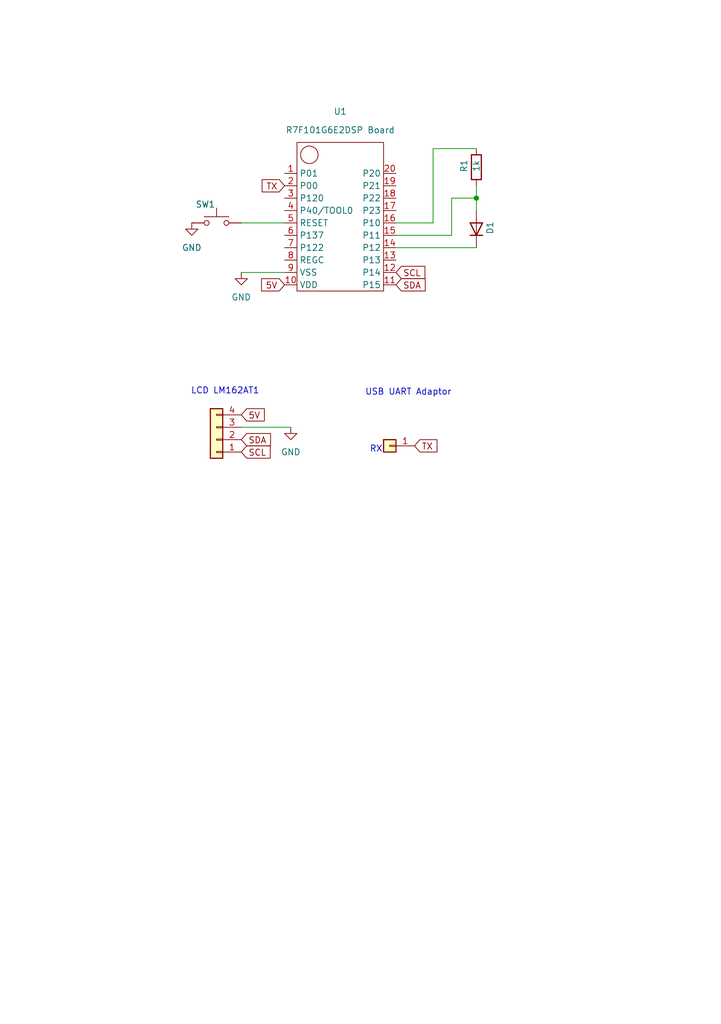
<source format=kicad_sch>
(kicad_sch (version 20250114) (generator "eeschema") (generator_version "9.0")
  (paper "A5" portrait)
  (lib_symbols
    (symbol "0Ore:R7F101G6E2DSP"
      (property "Reference" "U" (at 0 0 0))
      (symbol "R7F101G6E2DSP_0_1"
        (rectangle (start -8.89 31.75) (end 8.89 1.27))
        (circle (center -6.35 29.21) (radius 1.7961))
      )
      (symbol "R7F101G6E2DSP_1_1"
        (pin unspecified line (at -11.43 25.4 0) (length 2.54) (name "P01") (number "1"))
        (pin unspecified line (at -11.43 22.86 0) (length 2.54) (name "P00") (number "2"))
        (pin unspecified line (at -11.43 20.32 0) (length 2.54) (name "P120") (number "3"))
        (pin unspecified line (at -11.43 17.78 0) (length 2.54) (name "P40/TOOL0") (number "4"))
        (pin unspecified line (at -11.43 15.24 0) (length 2.54) (name "RESET") (number "5"))
        (pin unspecified line (at -11.43 12.7 0) (length 2.54) (name "P137") (number "6"))
        (pin unspecified line (at -11.43 10.16 0) (length 2.54) (name "P122") (number "7"))
        (pin unspecified line (at -11.43 7.62 0) (length 2.54) (name "REGC") (number "8"))
        (pin unspecified line (at -11.43 5.08 0) (length 2.54) (name "VSS") (number "9"))
        (pin unspecified line (at -11.43 2.54 0) (length 2.54) (name "VDD") (number "10"))
        (pin unspecified line (at 11.43 25.4 180) (length 2.54) (name "P20") (number "20"))
        (pin unspecified line (at 11.43 22.86 180) (length 2.54) (name "P21") (number "19"))
        (pin unspecified line (at 11.43 20.32 180) (length 2.54) (name "P22") (number "18"))
        (pin unspecified line (at 11.43 17.78 180) (length 2.54) (name "P23") (number "17"))
        (pin unspecified line (at 11.43 15.24 180) (length 2.54) (name "P10") (number "16"))
        (pin unspecified line (at 11.43 12.7 180) (length 2.54) (name "P11") (number "15"))
        (pin unspecified line (at 11.43 10.16 180) (length 2.54) (name "P12") (number "14"))
        (pin unspecified line (at 11.43 7.62 180) (length 2.54) (name "P13") (number "13"))
        (pin unspecified line (at 11.43 5.08 180) (length 2.54) (name "P14") (number "12"))
        (pin unspecified line (at 11.43 2.54 180) (length 2.54) (name "P15") (number "11"))
      )
    )
    (symbol "Connector_Generic:Conn_01x01" (pin_names (offset 1.016) (hide yes))
      (property "Reference" "J" (at 0 2.54 0))
      (property "Value" "Conn_01x01" (at 0 -2.54 0))
      (symbol "Conn_01x01_1_1"
        (rectangle (start -1.27 1.27) (end 1.27 -1.27) (stroke (width 0.254)) (fill (type background)))
        (rectangle (start -1.27 0.127) (end 0 -0.127) (stroke (width 0.1524)))
        (pin passive line (at -5.08 0 0) (length 3.81) (name "Pin_1") (number "1"))
      )
    )
    (symbol "Connector_Generic:Conn_01x04" (pin_names (offset 1.016) (hide yes))
      (property "Reference" "J" (at 0 5.08 0))
      (property "Value" "Conn_01x04" (at 0 -7.62 0))
      (symbol "Conn_01x04_1_1"
        (rectangle (start -1.27 3.81) (end 1.27 -6.35) (stroke (width 0.254)) (fill (type background)))
        (rectangle (start -1.27 2.667) (end 0 2.413) (stroke (width 0.1524)))
        (rectangle (start -1.27 0.127) (end 0 -0.127) (stroke (width 0.1524)))
        (rectangle (start -1.27 -2.413) (end 0 -2.667) (stroke (width 0.1524)))
        (rectangle (start -1.27 -4.953) (end 0 -5.207) (stroke (width 0.1524)))
        (pin passive line (at -5.08 2.54 0) (length 3.81) (name "Pin_1") (number "1"))
        (pin passive line (at -5.08 0 0) (length 3.81) (name "Pin_2") (number "2"))
        (pin passive line (at -5.08 -2.54 0) (length 3.81) (name "Pin_3") (number "3"))
        (pin passive line (at -5.08 -5.08 0) (length 3.81) (name "Pin_4") (number "4"))
      )
    )
    (symbol "Device:D" (pin_numbers (hide yes)) (pin_names (offset 1.016) (hide yes))
      (property "Reference" "D" (at 0 2.54 0))
      (property "Value" "D" (at 0 -2.54 0))
      (symbol "D_0_1"
        (polyline (pts (xy -1.27 1.27) (xy -1.27 -1.27)) (stroke (width 0.254)))
        (polyline (pts (xy 1.27 1.27) (xy 1.27 -1.27) (xy -1.27 0) (xy 1.27 1.27)) (stroke (width 0.254)))
        (polyline (pts (xy 1.27 0) (xy -1.27 0)))
      )
      (symbol "D_1_1"
        (pin passive line (at -3.81 0 0) (length 2.54) (name "K") (number "1"))
        (pin passive line (at 3.81 0 180) (length 2.54) (name "A") (number "2"))
      )
    )
    (symbol "Device:R" (pin_numbers (hide yes)) (pin_names (offset 0))
      (property "Reference" "R" (at 2.032 0 90))
      (property "Value" "R" (at 0 0 90))
      (symbol "R_0_1"
        (rectangle (start -1.016 -2.54) (end 1.016 2.54) (stroke (width 0.254)))
      )
      (symbol "R_1_1"
        (pin passive line (at 0 3.81 270) (length 1.27) (name "~") (number "1"))
        (pin passive line (at 0 -3.81 90) (length 1.27) (name "~") (number "2"))
      )
    )
    (symbol "Switch:SW_Push" (pin_numbers (hide yes)) (pin_names (offset 1.016) (hide yes))
      (property "Reference" "SW" (at 1.27 2.54 0))
      (property "Value" "SW_Push" (at 0 -1.524 0))
      (symbol "SW_Push_0_1"
        (circle (center -2.032 0) (radius 0.508))
        (polyline (pts (xy 0 1.27) (xy 0 3.048)))
        (circle (center 2.032 0) (radius 0.508))
        (polyline (pts (xy 2.54 1.27) (xy -2.54 1.27)))
        (pin passive line (at -5.08 0 0) (length 2.54) (name "1") (number "1"))
        (pin passive line (at 5.08 0 180) (length 2.54) (name "2") (number "2"))
      )
    )
    (symbol "power:GND" (power) (pin_numbers (hide yes)) (pin_names (offset 0) (hide yes))
      (property "Value" "GND" (at 0 -3.81 0))
      (symbol "GND_0_1"
        (polyline (pts (xy 0 0) (xy 0 -1.27) (xy 1.27 -1.27) (xy 0 -2.54) (xy -1.27 -1.27) (xy 0 -1.27)))
      )
      (symbol "GND_1_1"
        (pin power_in line (at 0 0 270) (length 0) (name "~") (number "1"))
      )
    )
  )
  (text "USB UART Adaptor" (at 83.82 80.518 0) (effects (font (size 1.27 1.27))))
  (text "RX" (at 77.216 92.202 0) (effects (font (size 1.27 1.27))))
  (text "LCD LM162AT1" (at 46.228 80.264 0) (effects (font (size 1.27 1.27))))
  (junction (at 97.79 40.64))
  (wire (pts (xy 81.28 45.72) (xy 88.9 45.72)))
  (wire (pts (xy 49.53 87.63) (xy 59.69 87.63)))
  (wire (pts (xy 88.9 45.72) (xy 88.9 30.48)))
  (wire (pts (xy 92.71 40.64) (xy 97.79 40.64)))
  (wire (pts (xy 81.28 50.8) (xy 97.79 50.8)))
  (wire (pts (xy 81.28 48.26) (xy 92.71 48.26)))
  (wire (pts (xy 97.79 40.64) (xy 97.79 43.18)))
  (wire (pts (xy 88.9 30.48) (xy 97.79 30.48)))
  (wire (pts (xy 97.79 38.1) (xy 97.79 40.64)))
  (wire (pts (xy 49.53 45.72) (xy 58.42 45.72)))
  (wire (pts (xy 92.71 40.64) (xy 92.71 48.26)))
  (wire (pts (xy 49.53 55.88) (xy 58.42 55.88)))
  (global_label "SDA" (shape input) (at 49.53 90.17 0) (property "Intersheetrefs" "${INTERSHEET_REFS}" (effects (hide yes))))
  (global_label "TX" (shape input) (at 58.42 38.1 180) (property "Intersheetrefs" "${INTERSHEET_REFS}" (effects (hide yes))))
  (global_label "SDA" (shape input) (at 81.28 58.42 0) (property "Intersheetrefs" "${INTERSHEET_REFS}" (effects (hide yes))))
  (global_label "TX" (shape input) (at 85.09 91.44 0) (property "Intersheetrefs" "${INTERSHEET_REFS}" (effects (hide yes))))
  (global_label "SCL" (shape input) (at 49.53 92.71 0) (property "Intersheetrefs" "${INTERSHEET_REFS}" (effects (hide yes))))
  (global_label "SCL" (shape input) (at 81.28 55.88 0) (property "Intersheetrefs" "${INTERSHEET_REFS}" (effects (hide yes))))
  (global_label "5V" (shape input) (at 58.42 58.42 180) (property "Intersheetrefs" "${INTERSHEET_REFS}" (effects (hide yes))))
  (global_label "5V" (shape input) (at 49.53 85.09 0) (property "Intersheetrefs" "${INTERSHEET_REFS}" (effects (hide yes))))
  (symbol (lib_id "Connector_Generic:Conn_01x04") (at 44.45 90.17 180) (unit 1)
    (property "Reference" "J1" (effects (hide yes)))
    (property "Value" "Conn_01x04" (effects (hide yes)))
    (property "Description" "Generic connector, single row, 01x04, script generated (kicad-library-utils/schlib/autogen/connector/)" (effects (hide yes)))
  )
  (symbol (lib_id "Switch:SW_Push") (at 44.45 45.72 0) (unit 1)
    (property "Reference" "SW1" (at 42.164 41.91 0))
    (property "Value" "SW_Push" (effects (hide yes)))
    (property "Description" "Push button switch, generic, two pins" (effects (hide yes)))
  )
  (symbol (lib_id "0Ore:R7F101G6E2DSP") (at 69.85 60.96 0) (unit 1)
    (property "Reference" "U1" (at 69.85 22.86 0))
    (property "Value" "R7F101G6E2DSP Board" (at 69.85 26.67 0))
  )
  (symbol (lib_id "power:GND") (at 49.53 55.88 0) (unit 1)
    (property "Reference" "#PWR03" (effects (hide yes)))
    (property "Value" "GND" (at 49.53 60.96 0))
    (property "Description" "Power symbol creates a global label with name \"GND\" , ground" (effects (hide yes)))
  )
  (symbol (lib_id "power:GND") (at 59.69 87.63 0) (unit 1)
    (property "Reference" "#PWR01" (effects (hide yes)))
    (property "Value" "GND" (at 59.69 92.71 0))
    (property "Description" "Power symbol creates a global label with name \"GND\" , ground" (effects (hide yes)))
  )
  (symbol (lib_id "power:GND") (at 39.37 45.72 0) (unit 1)
    (property "Reference" "#PWR02" (effects (hide yes)))
    (property "Value" "GND" (at 39.37 50.8 0))
    (property "Description" "Power symbol creates a global label with name \"GND\" , ground" (effects (hide yes)))
  )
  (symbol (lib_id "Device:D") (at 97.79 46.99 90) (unit 1)
    (property "Reference" "D1" (at 100.584 46.736 0))
    (property "Value" "D" (effects (hide yes)))
    (property "Description" "Diode" (effects (hide yes)))
    (property "Sim.Device" "D" (effects (hide yes)))
    (property "Sim.Pins" "1=K 2=A" (effects (hide yes)))
  )
  (symbol (lib_id "Device:R") (at 97.79 34.29 0) (unit 1)
    (property "Reference" "R1" (at 95.25 34.036 90))
    (property "Value" "1k" (at 97.79 34.036 90))
    (property "Description" "Resistor" (effects (hide yes)))
  )
  (symbol (lib_id "Connector_Generic:Conn_01x01") (at 80.01 91.44 180) (unit 1)
    (property "Reference" "J2" (effects (hide yes)))
    (property "Value" "Conn_01x01" (effects (hide yes)))
    (property "Description" "Generic connector, single row, 01x01, script generated (kicad-library-utils/schlib/autogen/connector/)" (effects (hide yes)))
  )
)
</source>
